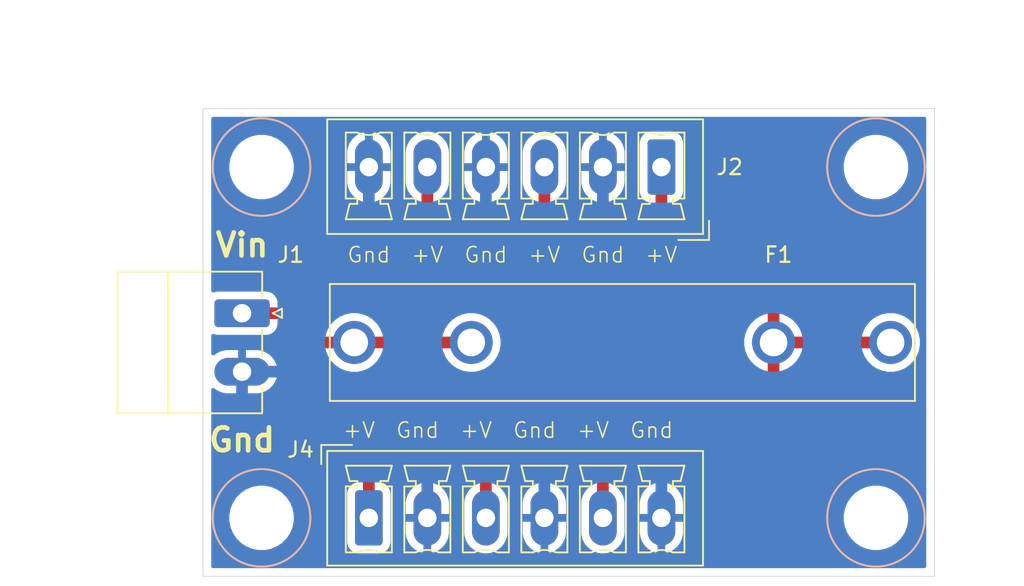
<source format=kicad_pcb>
(kicad_pcb (version 20171130) (host pcbnew "(5.1.5)-3")

  (general
    (thickness 1.6)
    (drawings 22)
    (tracks 43)
    (zones 0)
    (modules 8)
    (nets 4)
  )

  (page A4)
  (layers
    (0 F.Cu signal)
    (31 B.Cu signal)
    (32 B.Adhes user)
    (33 F.Adhes user)
    (34 B.Paste user)
    (35 F.Paste user)
    (36 B.SilkS user)
    (37 F.SilkS user)
    (38 B.Mask user)
    (39 F.Mask user)
    (40 Dwgs.User user)
    (41 Cmts.User user)
    (42 Eco1.User user)
    (43 Eco2.User user)
    (44 Edge.Cuts user)
    (45 Margin user)
    (46 B.CrtYd user)
    (47 F.CrtYd user)
    (48 B.Fab user hide)
    (49 F.Fab user hide)
  )

  (setup
    (last_trace_width 0.25)
    (user_trace_width 0.762)
    (trace_clearance 0.2)
    (zone_clearance 0.508)
    (zone_45_only no)
    (trace_min 0.2)
    (via_size 0.8)
    (via_drill 0.4)
    (via_min_size 0.4)
    (via_min_drill 0.3)
    (uvia_size 0.3)
    (uvia_drill 0.1)
    (uvias_allowed no)
    (uvia_min_size 0.2)
    (uvia_min_drill 0.1)
    (edge_width 0.05)
    (segment_width 0.2)
    (pcb_text_width 0.3)
    (pcb_text_size 1.5 1.5)
    (mod_edge_width 0.12)
    (mod_text_size 1 1)
    (mod_text_width 0.15)
    (pad_size 1.524 1.524)
    (pad_drill 0.762)
    (pad_to_mask_clearance 0.051)
    (solder_mask_min_width 0.25)
    (aux_axis_origin 0 0)
    (visible_elements 7FFFFFFF)
    (pcbplotparams
      (layerselection 0x010fc_ffffffff)
      (usegerberextensions false)
      (usegerberattributes false)
      (usegerberadvancedattributes false)
      (creategerberjobfile false)
      (excludeedgelayer true)
      (linewidth 0.100000)
      (plotframeref false)
      (viasonmask false)
      (mode 1)
      (useauxorigin false)
      (hpglpennumber 1)
      (hpglpenspeed 20)
      (hpglpendiameter 15.000000)
      (psnegative false)
      (psa4output false)
      (plotreference true)
      (plotvalue true)
      (plotinvisibletext false)
      (padsonsilk false)
      (subtractmaskfromsilk false)
      (outputformat 1)
      (mirror false)
      (drillshape 0)
      (scaleselection 1)
      (outputdirectory ""))
  )

  (net 0 "")
  (net 1 /Vin)
  (net 2 /Gnd)
  (net 3 /VFuse)

  (net_class Default "This is the default net class."
    (clearance 0.2)
    (trace_width 0.25)
    (via_dia 0.8)
    (via_drill 0.4)
    (uvia_dia 0.3)
    (uvia_drill 0.1)
    (add_net /Gnd)
    (add_net /VFuse)
    (add_net /Vin)
  )

  (module Connector_Phoenix_MC:PhoenixContact_MCV_1,5_6-G-3.81_1x06_P3.81mm_Vertical (layer F.Cu) (tedit 5B784ED2) (tstamp 5FAFF933)
    (at 127.635 99.06)
    (descr "Generic Phoenix Contact connector footprint for: MCV_1,5/6-G-3.81; number of pins: 06; pin pitch: 3.81mm; Vertical || order number: 1803468 8A 160V")
    (tags "phoenix_contact connector MCV_01x06_G_3.81mm")
    (path /5FAFB53B)
    (fp_text reference J4 (at -4.445 -4.445) (layer F.SilkS)
      (effects (font (size 1 1) (thickness 0.15)))
    )
    (fp_text value Conn_01x06_Female (at 9.52 4.2) (layer F.Fab)
      (effects (font (size 1 1) (thickness 0.15)))
    )
    (fp_text user %R (at 9.52 -3.55) (layer F.Fab)
      (effects (font (size 1 1) (thickness 0.15)))
    )
    (fp_line (start -3.1 -4.75) (end -1.1 -4.75) (layer F.Fab) (width 0.1))
    (fp_line (start -3.1 -3.5) (end -3.1 -4.75) (layer F.Fab) (width 0.1))
    (fp_line (start -3.1 -4.75) (end -1.1 -4.75) (layer F.SilkS) (width 0.12))
    (fp_line (start -3.1 -3.5) (end -3.1 -4.75) (layer F.SilkS) (width 0.12))
    (fp_line (start 22.15 -4.75) (end -3.1 -4.75) (layer F.CrtYd) (width 0.05))
    (fp_line (start 22.15 3.5) (end 22.15 -4.75) (layer F.CrtYd) (width 0.05))
    (fp_line (start -3.1 3.5) (end 22.15 3.5) (layer F.CrtYd) (width 0.05))
    (fp_line (start -3.1 -4.75) (end -3.1 3.5) (layer F.CrtYd) (width 0.05))
    (fp_line (start 20.55 2.25) (end 19.8 2.25) (layer F.SilkS) (width 0.12))
    (fp_line (start 20.55 -2.05) (end 20.55 2.25) (layer F.SilkS) (width 0.12))
    (fp_line (start 19.8 -2.05) (end 20.55 -2.05) (layer F.SilkS) (width 0.12))
    (fp_line (start 19.8 -2.4) (end 19.8 -2.05) (layer F.SilkS) (width 0.12))
    (fp_line (start 20.3 -2.4) (end 19.8 -2.4) (layer F.SilkS) (width 0.12))
    (fp_line (start 20.55 -3.4) (end 20.3 -2.4) (layer F.SilkS) (width 0.12))
    (fp_line (start 17.55 -3.4) (end 20.55 -3.4) (layer F.SilkS) (width 0.12))
    (fp_line (start 17.8 -2.4) (end 17.55 -3.4) (layer F.SilkS) (width 0.12))
    (fp_line (start 18.3 -2.4) (end 17.8 -2.4) (layer F.SilkS) (width 0.12))
    (fp_line (start 18.3 -2.05) (end 18.3 -2.4) (layer F.SilkS) (width 0.12))
    (fp_line (start 17.55 -2.05) (end 18.3 -2.05) (layer F.SilkS) (width 0.12))
    (fp_line (start 17.55 2.25) (end 17.55 -2.05) (layer F.SilkS) (width 0.12))
    (fp_line (start 18.3 2.25) (end 17.55 2.25) (layer F.SilkS) (width 0.12))
    (fp_line (start 16.74 2.25) (end 15.99 2.25) (layer F.SilkS) (width 0.12))
    (fp_line (start 16.74 -2.05) (end 16.74 2.25) (layer F.SilkS) (width 0.12))
    (fp_line (start 15.99 -2.05) (end 16.74 -2.05) (layer F.SilkS) (width 0.12))
    (fp_line (start 15.99 -2.4) (end 15.99 -2.05) (layer F.SilkS) (width 0.12))
    (fp_line (start 16.49 -2.4) (end 15.99 -2.4) (layer F.SilkS) (width 0.12))
    (fp_line (start 16.74 -3.4) (end 16.49 -2.4) (layer F.SilkS) (width 0.12))
    (fp_line (start 13.74 -3.4) (end 16.74 -3.4) (layer F.SilkS) (width 0.12))
    (fp_line (start 13.99 -2.4) (end 13.74 -3.4) (layer F.SilkS) (width 0.12))
    (fp_line (start 14.49 -2.4) (end 13.99 -2.4) (layer F.SilkS) (width 0.12))
    (fp_line (start 14.49 -2.05) (end 14.49 -2.4) (layer F.SilkS) (width 0.12))
    (fp_line (start 13.74 -2.05) (end 14.49 -2.05) (layer F.SilkS) (width 0.12))
    (fp_line (start 13.74 2.25) (end 13.74 -2.05) (layer F.SilkS) (width 0.12))
    (fp_line (start 14.49 2.25) (end 13.74 2.25) (layer F.SilkS) (width 0.12))
    (fp_line (start 12.93 2.25) (end 12.18 2.25) (layer F.SilkS) (width 0.12))
    (fp_line (start 12.93 -2.05) (end 12.93 2.25) (layer F.SilkS) (width 0.12))
    (fp_line (start 12.18 -2.05) (end 12.93 -2.05) (layer F.SilkS) (width 0.12))
    (fp_line (start 12.18 -2.4) (end 12.18 -2.05) (layer F.SilkS) (width 0.12))
    (fp_line (start 12.68 -2.4) (end 12.18 -2.4) (layer F.SilkS) (width 0.12))
    (fp_line (start 12.93 -3.4) (end 12.68 -2.4) (layer F.SilkS) (width 0.12))
    (fp_line (start 9.93 -3.4) (end 12.93 -3.4) (layer F.SilkS) (width 0.12))
    (fp_line (start 10.18 -2.4) (end 9.93 -3.4) (layer F.SilkS) (width 0.12))
    (fp_line (start 10.68 -2.4) (end 10.18 -2.4) (layer F.SilkS) (width 0.12))
    (fp_line (start 10.68 -2.05) (end 10.68 -2.4) (layer F.SilkS) (width 0.12))
    (fp_line (start 9.93 -2.05) (end 10.68 -2.05) (layer F.SilkS) (width 0.12))
    (fp_line (start 9.93 2.25) (end 9.93 -2.05) (layer F.SilkS) (width 0.12))
    (fp_line (start 10.68 2.25) (end 9.93 2.25) (layer F.SilkS) (width 0.12))
    (fp_line (start 9.12 2.25) (end 8.37 2.25) (layer F.SilkS) (width 0.12))
    (fp_line (start 9.12 -2.05) (end 9.12 2.25) (layer F.SilkS) (width 0.12))
    (fp_line (start 8.37 -2.05) (end 9.12 -2.05) (layer F.SilkS) (width 0.12))
    (fp_line (start 8.37 -2.4) (end 8.37 -2.05) (layer F.SilkS) (width 0.12))
    (fp_line (start 8.87 -2.4) (end 8.37 -2.4) (layer F.SilkS) (width 0.12))
    (fp_line (start 9.12 -3.4) (end 8.87 -2.4) (layer F.SilkS) (width 0.12))
    (fp_line (start 6.12 -3.4) (end 9.12 -3.4) (layer F.SilkS) (width 0.12))
    (fp_line (start 6.37 -2.4) (end 6.12 -3.4) (layer F.SilkS) (width 0.12))
    (fp_line (start 6.87 -2.4) (end 6.37 -2.4) (layer F.SilkS) (width 0.12))
    (fp_line (start 6.87 -2.05) (end 6.87 -2.4) (layer F.SilkS) (width 0.12))
    (fp_line (start 6.12 -2.05) (end 6.87 -2.05) (layer F.SilkS) (width 0.12))
    (fp_line (start 6.12 2.25) (end 6.12 -2.05) (layer F.SilkS) (width 0.12))
    (fp_line (start 6.87 2.25) (end 6.12 2.25) (layer F.SilkS) (width 0.12))
    (fp_line (start 5.31 2.25) (end 4.56 2.25) (layer F.SilkS) (width 0.12))
    (fp_line (start 5.31 -2.05) (end 5.31 2.25) (layer F.SilkS) (width 0.12))
    (fp_line (start 4.56 -2.05) (end 5.31 -2.05) (layer F.SilkS) (width 0.12))
    (fp_line (start 4.56 -2.4) (end 4.56 -2.05) (layer F.SilkS) (width 0.12))
    (fp_line (start 5.06 -2.4) (end 4.56 -2.4) (layer F.SilkS) (width 0.12))
    (fp_line (start 5.31 -3.4) (end 5.06 -2.4) (layer F.SilkS) (width 0.12))
    (fp_line (start 2.31 -3.4) (end 5.31 -3.4) (layer F.SilkS) (width 0.12))
    (fp_line (start 2.56 -2.4) (end 2.31 -3.4) (layer F.SilkS) (width 0.12))
    (fp_line (start 3.06 -2.4) (end 2.56 -2.4) (layer F.SilkS) (width 0.12))
    (fp_line (start 3.06 -2.05) (end 3.06 -2.4) (layer F.SilkS) (width 0.12))
    (fp_line (start 2.31 -2.05) (end 3.06 -2.05) (layer F.SilkS) (width 0.12))
    (fp_line (start 2.31 2.25) (end 2.31 -2.05) (layer F.SilkS) (width 0.12))
    (fp_line (start 3.06 2.25) (end 2.31 2.25) (layer F.SilkS) (width 0.12))
    (fp_line (start 1.5 2.25) (end 0.75 2.25) (layer F.SilkS) (width 0.12))
    (fp_line (start 1.5 -2.05) (end 1.5 2.25) (layer F.SilkS) (width 0.12))
    (fp_line (start 0.75 -2.05) (end 1.5 -2.05) (layer F.SilkS) (width 0.12))
    (fp_line (start 0.75 -2.4) (end 0.75 -2.05) (layer F.SilkS) (width 0.12))
    (fp_line (start 1.25 -2.4) (end 0.75 -2.4) (layer F.SilkS) (width 0.12))
    (fp_line (start 1.5 -3.4) (end 1.25 -2.4) (layer F.SilkS) (width 0.12))
    (fp_line (start -1.5 -3.4) (end 1.5 -3.4) (layer F.SilkS) (width 0.12))
    (fp_line (start -1.25 -2.4) (end -1.5 -3.4) (layer F.SilkS) (width 0.12))
    (fp_line (start -0.75 -2.4) (end -1.25 -2.4) (layer F.SilkS) (width 0.12))
    (fp_line (start -0.75 -2.05) (end -0.75 -2.4) (layer F.SilkS) (width 0.12))
    (fp_line (start -1.5 -2.05) (end -0.75 -2.05) (layer F.SilkS) (width 0.12))
    (fp_line (start -1.5 2.25) (end -1.5 -2.05) (layer F.SilkS) (width 0.12))
    (fp_line (start -0.75 2.25) (end -1.5 2.25) (layer F.SilkS) (width 0.12))
    (fp_line (start 21.65 -4.25) (end -2.6 -4.25) (layer F.Fab) (width 0.1))
    (fp_line (start 21.65 3) (end 21.65 -4.25) (layer F.Fab) (width 0.1))
    (fp_line (start -2.6 3) (end 21.65 3) (layer F.Fab) (width 0.1))
    (fp_line (start -2.6 -4.25) (end -2.6 3) (layer F.Fab) (width 0.1))
    (fp_line (start 21.76 -4.36) (end -2.71 -4.36) (layer F.SilkS) (width 0.12))
    (fp_line (start 21.76 3.11) (end 21.76 -4.36) (layer F.SilkS) (width 0.12))
    (fp_line (start -2.71 3.11) (end 21.76 3.11) (layer F.SilkS) (width 0.12))
    (fp_line (start -2.71 -4.36) (end -2.71 3.11) (layer F.SilkS) (width 0.12))
    (fp_arc (start 19.05 3.95) (end 18.3 2.25) (angle 47.6) (layer F.SilkS) (width 0.12))
    (fp_arc (start 15.24 3.95) (end 14.49 2.25) (angle 47.6) (layer F.SilkS) (width 0.12))
    (fp_arc (start 11.43 3.95) (end 10.68 2.25) (angle 47.6) (layer F.SilkS) (width 0.12))
    (fp_arc (start 7.62 3.95) (end 6.87 2.25) (angle 47.6) (layer F.SilkS) (width 0.12))
    (fp_arc (start 3.81 3.95) (end 3.06 2.25) (angle 47.6) (layer F.SilkS) (width 0.12))
    (fp_arc (start 0 3.95) (end -0.75 2.25) (angle 47.6) (layer F.SilkS) (width 0.12))
    (pad 6 thru_hole oval (at 19.05 0) (size 1.8 3.6) (drill 1.2) (layers *.Cu *.Mask)
      (net 2 /Gnd))
    (pad 5 thru_hole oval (at 15.24 0) (size 1.8 3.6) (drill 1.2) (layers *.Cu *.Mask)
      (net 3 /VFuse))
    (pad 4 thru_hole oval (at 11.43 0) (size 1.8 3.6) (drill 1.2) (layers *.Cu *.Mask)
      (net 2 /Gnd))
    (pad 3 thru_hole oval (at 7.62 0) (size 1.8 3.6) (drill 1.2) (layers *.Cu *.Mask)
      (net 3 /VFuse))
    (pad 2 thru_hole oval (at 3.81 0) (size 1.8 3.6) (drill 1.2) (layers *.Cu *.Mask)
      (net 2 /Gnd))
    (pad 1 thru_hole roundrect (at 0 0) (size 1.8 3.6) (drill 1.2) (layers *.Cu *.Mask) (roundrect_rratio 0.138889)
      (net 3 /VFuse))
    (model ${KISYS3DMOD}/Connector_Phoenix_MC.3dshapes/PhoenixContact_MCV_1,5_6-G-3.81_1x06_P3.81mm_Vertical.wrl
      (at (xyz 0 0 0))
      (scale (xyz 1 1 1))
      (rotate (xyz 0 0 0))
    )
  )

  (module Connector_Phoenix_MC:PhoenixContact_MCV_1,5_6-G-3.81_1x06_P3.81mm_Vertical (layer F.Cu) (tedit 5B784ED2) (tstamp 5FB002E8)
    (at 146.685 76.2 180)
    (descr "Generic Phoenix Contact connector footprint for: MCV_1,5/6-G-3.81; number of pins: 06; pin pitch: 3.81mm; Vertical || order number: 1803468 8A 160V")
    (tags "phoenix_contact connector MCV_01x06_G_3.81mm")
    (path /5FB02732)
    (fp_text reference J2 (at -4.445 0) (layer F.SilkS)
      (effects (font (size 1 1) (thickness 0.15)))
    )
    (fp_text value Conn_01x06_Female (at 9.52 4.2) (layer F.Fab)
      (effects (font (size 1 1) (thickness 0.15)))
    )
    (fp_text user %R (at 9.52 -3.55) (layer F.Fab)
      (effects (font (size 1 1) (thickness 0.15)))
    )
    (fp_line (start -3.1 -4.75) (end -1.1 -4.75) (layer F.Fab) (width 0.1))
    (fp_line (start -3.1 -3.5) (end -3.1 -4.75) (layer F.Fab) (width 0.1))
    (fp_line (start -3.1 -4.75) (end -1.1 -4.75) (layer F.SilkS) (width 0.12))
    (fp_line (start -3.1 -3.5) (end -3.1 -4.75) (layer F.SilkS) (width 0.12))
    (fp_line (start 22.15 -4.75) (end -3.1 -4.75) (layer F.CrtYd) (width 0.05))
    (fp_line (start 22.15 3.5) (end 22.15 -4.75) (layer F.CrtYd) (width 0.05))
    (fp_line (start -3.1 3.5) (end 22.15 3.5) (layer F.CrtYd) (width 0.05))
    (fp_line (start -3.1 -4.75) (end -3.1 3.5) (layer F.CrtYd) (width 0.05))
    (fp_line (start 20.55 2.25) (end 19.8 2.25) (layer F.SilkS) (width 0.12))
    (fp_line (start 20.55 -2.05) (end 20.55 2.25) (layer F.SilkS) (width 0.12))
    (fp_line (start 19.8 -2.05) (end 20.55 -2.05) (layer F.SilkS) (width 0.12))
    (fp_line (start 19.8 -2.4) (end 19.8 -2.05) (layer F.SilkS) (width 0.12))
    (fp_line (start 20.3 -2.4) (end 19.8 -2.4) (layer F.SilkS) (width 0.12))
    (fp_line (start 20.55 -3.4) (end 20.3 -2.4) (layer F.SilkS) (width 0.12))
    (fp_line (start 17.55 -3.4) (end 20.55 -3.4) (layer F.SilkS) (width 0.12))
    (fp_line (start 17.8 -2.4) (end 17.55 -3.4) (layer F.SilkS) (width 0.12))
    (fp_line (start 18.3 -2.4) (end 17.8 -2.4) (layer F.SilkS) (width 0.12))
    (fp_line (start 18.3 -2.05) (end 18.3 -2.4) (layer F.SilkS) (width 0.12))
    (fp_line (start 17.55 -2.05) (end 18.3 -2.05) (layer F.SilkS) (width 0.12))
    (fp_line (start 17.55 2.25) (end 17.55 -2.05) (layer F.SilkS) (width 0.12))
    (fp_line (start 18.3 2.25) (end 17.55 2.25) (layer F.SilkS) (width 0.12))
    (fp_line (start 16.74 2.25) (end 15.99 2.25) (layer F.SilkS) (width 0.12))
    (fp_line (start 16.74 -2.05) (end 16.74 2.25) (layer F.SilkS) (width 0.12))
    (fp_line (start 15.99 -2.05) (end 16.74 -2.05) (layer F.SilkS) (width 0.12))
    (fp_line (start 15.99 -2.4) (end 15.99 -2.05) (layer F.SilkS) (width 0.12))
    (fp_line (start 16.49 -2.4) (end 15.99 -2.4) (layer F.SilkS) (width 0.12))
    (fp_line (start 16.74 -3.4) (end 16.49 -2.4) (layer F.SilkS) (width 0.12))
    (fp_line (start 13.74 -3.4) (end 16.74 -3.4) (layer F.SilkS) (width 0.12))
    (fp_line (start 13.99 -2.4) (end 13.74 -3.4) (layer F.SilkS) (width 0.12))
    (fp_line (start 14.49 -2.4) (end 13.99 -2.4) (layer F.SilkS) (width 0.12))
    (fp_line (start 14.49 -2.05) (end 14.49 -2.4) (layer F.SilkS) (width 0.12))
    (fp_line (start 13.74 -2.05) (end 14.49 -2.05) (layer F.SilkS) (width 0.12))
    (fp_line (start 13.74 2.25) (end 13.74 -2.05) (layer F.SilkS) (width 0.12))
    (fp_line (start 14.49 2.25) (end 13.74 2.25) (layer F.SilkS) (width 0.12))
    (fp_line (start 12.93 2.25) (end 12.18 2.25) (layer F.SilkS) (width 0.12))
    (fp_line (start 12.93 -2.05) (end 12.93 2.25) (layer F.SilkS) (width 0.12))
    (fp_line (start 12.18 -2.05) (end 12.93 -2.05) (layer F.SilkS) (width 0.12))
    (fp_line (start 12.18 -2.4) (end 12.18 -2.05) (layer F.SilkS) (width 0.12))
    (fp_line (start 12.68 -2.4) (end 12.18 -2.4) (layer F.SilkS) (width 0.12))
    (fp_line (start 12.93 -3.4) (end 12.68 -2.4) (layer F.SilkS) (width 0.12))
    (fp_line (start 9.93 -3.4) (end 12.93 -3.4) (layer F.SilkS) (width 0.12))
    (fp_line (start 10.18 -2.4) (end 9.93 -3.4) (layer F.SilkS) (width 0.12))
    (fp_line (start 10.68 -2.4) (end 10.18 -2.4) (layer F.SilkS) (width 0.12))
    (fp_line (start 10.68 -2.05) (end 10.68 -2.4) (layer F.SilkS) (width 0.12))
    (fp_line (start 9.93 -2.05) (end 10.68 -2.05) (layer F.SilkS) (width 0.12))
    (fp_line (start 9.93 2.25) (end 9.93 -2.05) (layer F.SilkS) (width 0.12))
    (fp_line (start 10.68 2.25) (end 9.93 2.25) (layer F.SilkS) (width 0.12))
    (fp_line (start 9.12 2.25) (end 8.37 2.25) (layer F.SilkS) (width 0.12))
    (fp_line (start 9.12 -2.05) (end 9.12 2.25) (layer F.SilkS) (width 0.12))
    (fp_line (start 8.37 -2.05) (end 9.12 -2.05) (layer F.SilkS) (width 0.12))
    (fp_line (start 8.37 -2.4) (end 8.37 -2.05) (layer F.SilkS) (width 0.12))
    (fp_line (start 8.87 -2.4) (end 8.37 -2.4) (layer F.SilkS) (width 0.12))
    (fp_line (start 9.12 -3.4) (end 8.87 -2.4) (layer F.SilkS) (width 0.12))
    (fp_line (start 6.12 -3.4) (end 9.12 -3.4) (layer F.SilkS) (width 0.12))
    (fp_line (start 6.37 -2.4) (end 6.12 -3.4) (layer F.SilkS) (width 0.12))
    (fp_line (start 6.87 -2.4) (end 6.37 -2.4) (layer F.SilkS) (width 0.12))
    (fp_line (start 6.87 -2.05) (end 6.87 -2.4) (layer F.SilkS) (width 0.12))
    (fp_line (start 6.12 -2.05) (end 6.87 -2.05) (layer F.SilkS) (width 0.12))
    (fp_line (start 6.12 2.25) (end 6.12 -2.05) (layer F.SilkS) (width 0.12))
    (fp_line (start 6.87 2.25) (end 6.12 2.25) (layer F.SilkS) (width 0.12))
    (fp_line (start 5.31 2.25) (end 4.56 2.25) (layer F.SilkS) (width 0.12))
    (fp_line (start 5.31 -2.05) (end 5.31 2.25) (layer F.SilkS) (width 0.12))
    (fp_line (start 4.56 -2.05) (end 5.31 -2.05) (layer F.SilkS) (width 0.12))
    (fp_line (start 4.56 -2.4) (end 4.56 -2.05) (layer F.SilkS) (width 0.12))
    (fp_line (start 5.06 -2.4) (end 4.56 -2.4) (layer F.SilkS) (width 0.12))
    (fp_line (start 5.31 -3.4) (end 5.06 -2.4) (layer F.SilkS) (width 0.12))
    (fp_line (start 2.31 -3.4) (end 5.31 -3.4) (layer F.SilkS) (width 0.12))
    (fp_line (start 2.56 -2.4) (end 2.31 -3.4) (layer F.SilkS) (width 0.12))
    (fp_line (start 3.06 -2.4) (end 2.56 -2.4) (layer F.SilkS) (width 0.12))
    (fp_line (start 3.06 -2.05) (end 3.06 -2.4) (layer F.SilkS) (width 0.12))
    (fp_line (start 2.31 -2.05) (end 3.06 -2.05) (layer F.SilkS) (width 0.12))
    (fp_line (start 2.31 2.25) (end 2.31 -2.05) (layer F.SilkS) (width 0.12))
    (fp_line (start 3.06 2.25) (end 2.31 2.25) (layer F.SilkS) (width 0.12))
    (fp_line (start 1.5 2.25) (end 0.75 2.25) (layer F.SilkS) (width 0.12))
    (fp_line (start 1.5 -2.05) (end 1.5 2.25) (layer F.SilkS) (width 0.12))
    (fp_line (start 0.75 -2.05) (end 1.5 -2.05) (layer F.SilkS) (width 0.12))
    (fp_line (start 0.75 -2.4) (end 0.75 -2.05) (layer F.SilkS) (width 0.12))
    (fp_line (start 1.25 -2.4) (end 0.75 -2.4) (layer F.SilkS) (width 0.12))
    (fp_line (start 1.5 -3.4) (end 1.25 -2.4) (layer F.SilkS) (width 0.12))
    (fp_line (start -1.5 -3.4) (end 1.5 -3.4) (layer F.SilkS) (width 0.12))
    (fp_line (start -1.25 -2.4) (end -1.5 -3.4) (layer F.SilkS) (width 0.12))
    (fp_line (start -0.75 -2.4) (end -1.25 -2.4) (layer F.SilkS) (width 0.12))
    (fp_line (start -0.75 -2.05) (end -0.75 -2.4) (layer F.SilkS) (width 0.12))
    (fp_line (start -1.5 -2.05) (end -0.75 -2.05) (layer F.SilkS) (width 0.12))
    (fp_line (start -1.5 2.25) (end -1.5 -2.05) (layer F.SilkS) (width 0.12))
    (fp_line (start -0.75 2.25) (end -1.5 2.25) (layer F.SilkS) (width 0.12))
    (fp_line (start 21.65 -4.25) (end -2.6 -4.25) (layer F.Fab) (width 0.1))
    (fp_line (start 21.65 3) (end 21.65 -4.25) (layer F.Fab) (width 0.1))
    (fp_line (start -2.6 3) (end 21.65 3) (layer F.Fab) (width 0.1))
    (fp_line (start -2.6 -4.25) (end -2.6 3) (layer F.Fab) (width 0.1))
    (fp_line (start 21.76 -4.36) (end -2.71 -4.36) (layer F.SilkS) (width 0.12))
    (fp_line (start 21.76 3.11) (end 21.76 -4.36) (layer F.SilkS) (width 0.12))
    (fp_line (start -2.71 3.11) (end 21.76 3.11) (layer F.SilkS) (width 0.12))
    (fp_line (start -2.71 -4.36) (end -2.71 3.11) (layer F.SilkS) (width 0.12))
    (fp_arc (start 19.05 3.95) (end 18.3 2.25) (angle 47.6) (layer F.SilkS) (width 0.12))
    (fp_arc (start 15.24 3.95) (end 14.49 2.25) (angle 47.6) (layer F.SilkS) (width 0.12))
    (fp_arc (start 11.43 3.95) (end 10.68 2.25) (angle 47.6) (layer F.SilkS) (width 0.12))
    (fp_arc (start 7.62 3.95) (end 6.87 2.25) (angle 47.6) (layer F.SilkS) (width 0.12))
    (fp_arc (start 3.81 3.95) (end 3.06 2.25) (angle 47.6) (layer F.SilkS) (width 0.12))
    (fp_arc (start 0 3.95) (end -0.75 2.25) (angle 47.6) (layer F.SilkS) (width 0.12))
    (pad 6 thru_hole oval (at 19.05 0 180) (size 1.8 3.6) (drill 1.2) (layers *.Cu *.Mask)
      (net 2 /Gnd))
    (pad 5 thru_hole oval (at 15.24 0 180) (size 1.8 3.6) (drill 1.2) (layers *.Cu *.Mask)
      (net 3 /VFuse))
    (pad 4 thru_hole oval (at 11.43 0 180) (size 1.8 3.6) (drill 1.2) (layers *.Cu *.Mask)
      (net 2 /Gnd))
    (pad 3 thru_hole oval (at 7.62 0 180) (size 1.8 3.6) (drill 1.2) (layers *.Cu *.Mask)
      (net 3 /VFuse))
    (pad 2 thru_hole oval (at 3.81 0 180) (size 1.8 3.6) (drill 1.2) (layers *.Cu *.Mask)
      (net 2 /Gnd))
    (pad 1 thru_hole roundrect (at 0 0 180) (size 1.8 3.6) (drill 1.2) (layers *.Cu *.Mask) (roundrect_rratio 0.138889)
      (net 3 /VFuse))
    (model ${KISYS3DMOD}/Connector_Phoenix_MC.3dshapes/PhoenixContact_MCV_1,5_6-G-3.81_1x06_P3.81mm_Vertical.wrl
      (at (xyz 0 0 0))
      (scale (xyz 1 1 1))
      (rotate (xyz 0 0 0))
    )
  )

  (module 0MiscParts:Fuse_Holder (layer F.Cu) (tedit 5FB0E125) (tstamp 5FB0E464)
    (at 144.145 87.63)
    (path /5FB0E136)
    (fp_text reference F1 (at 10.16 -5.715) (layer F.SilkS)
      (effects (font (size 1 1) (thickness 0.15)))
    )
    (fp_text value Fuse (at 0.635 -6.0325) (layer F.Fab)
      (effects (font (size 1 1) (thickness 0.15)))
    )
    (fp_line (start -19.685 4.445) (end -19.685 -4.445) (layer F.CrtYd) (width 0.12))
    (fp_line (start 19.685 4.445) (end -19.685 4.445) (layer F.CrtYd) (width 0.12))
    (fp_line (start 19.685 -4.445) (end 19.685 4.445) (layer F.CrtYd) (width 0.12))
    (fp_line (start -19.685 -4.445) (end 19.685 -4.445) (layer F.CrtYd) (width 0.12))
    (fp_line (start -19.05 3.81) (end -19.05 -3.81) (layer F.SilkS) (width 0.12))
    (fp_line (start 19.05 3.81) (end -19.05 3.81) (layer F.SilkS) (width 0.12))
    (fp_line (start 19.05 -3.81) (end 19.05 3.81) (layer F.SilkS) (width 0.12))
    (fp_line (start -19.05 -3.81) (end 19.05 -3.81) (layer F.SilkS) (width 0.12))
    (fp_line (start 0 -2.54) (end 0 2.54) (layer F.Fab) (width 0.12))
    (pad 2 thru_hole circle (at 17.4625 0) (size 2.799999 2.799999) (drill 1.8) (layers *.Cu *.Mask)
      (net 3 /VFuse))
    (pad 2 thru_hole circle (at 9.8425 0) (size 2.799999 2.799999) (drill 1.8) (layers *.Cu *.Mask)
      (net 3 /VFuse))
    (pad 1 thru_hole circle (at -9.8425 0) (size 2.799999 2.799999) (drill 1.8) (layers *.Cu *.Mask)
      (net 1 /Vin))
    (pad 1 thru_hole circle (at -17.4625 0) (size 2.8 2.8) (drill 1.8) (layers *.Cu *.Mask)
      (net 1 /Vin))
  )

  (module Connector_Phoenix_MC:PhoenixContact_MC_1,5_2-G-3.81_1x02_P3.81mm_Horizontal (layer F.Cu) (tedit 5B784ED1) (tstamp 5FAFF915)
    (at 119.38 85.725 270)
    (descr "Generic Phoenix Contact connector footprint for: MC_1,5/2-G-3.81; number of pins: 02; pin pitch: 3.81mm; Angled || order number: 1803277 8A 160V")
    (tags "phoenix_contact connector MC_01x02_G_3.81mm")
    (path /5FAFA412)
    (fp_text reference J1 (at -3.81 -3.175 180) (layer F.SilkS)
      (effects (font (size 1 1) (thickness 0.15)))
    )
    (fp_text value Conn_01x02_Female (at 1.9 9.2 90) (layer F.Fab)
      (effects (font (size 1 1) (thickness 0.15)))
    )
    (fp_text user %R (at 1.9 -0.5 90) (layer F.Fab)
      (effects (font (size 1 1) (thickness 0.15)))
    )
    (fp_line (start 0 0) (end -0.8 -1.2) (layer F.Fab) (width 0.1))
    (fp_line (start 0.8 -1.2) (end 0 0) (layer F.Fab) (width 0.1))
    (fp_line (start -0.3 -2.6) (end 0.3 -2.6) (layer F.SilkS) (width 0.12))
    (fp_line (start 0 -2) (end -0.3 -2.6) (layer F.SilkS) (width 0.12))
    (fp_line (start 0.3 -2.6) (end 0 -2) (layer F.SilkS) (width 0.12))
    (fp_line (start 6.91 -2.3) (end -3.21 -2.3) (layer F.CrtYd) (width 0.05))
    (fp_line (start 6.91 8.5) (end 6.91 -2.3) (layer F.CrtYd) (width 0.05))
    (fp_line (start -3.21 8.5) (end 6.91 8.5) (layer F.CrtYd) (width 0.05))
    (fp_line (start -3.21 -2.3) (end -3.21 8.5) (layer F.CrtYd) (width 0.05))
    (fp_line (start -2.71 4.8) (end 6.52 4.8) (layer F.SilkS) (width 0.12))
    (fp_line (start 6.41 -1.2) (end -2.6 -1.2) (layer F.Fab) (width 0.1))
    (fp_line (start 6.41 8) (end 6.41 -1.2) (layer F.Fab) (width 0.1))
    (fp_line (start -2.6 8) (end 6.41 8) (layer F.Fab) (width 0.1))
    (fp_line (start -2.6 -1.2) (end -2.6 8) (layer F.Fab) (width 0.1))
    (fp_line (start 1.05 -1.31) (end 2.76 -1.31) (layer F.SilkS) (width 0.12))
    (fp_line (start 6.52 -1.31) (end 4.86 -1.31) (layer F.SilkS) (width 0.12))
    (fp_line (start -2.71 -1.31) (end -1.05 -1.31) (layer F.SilkS) (width 0.12))
    (fp_line (start 6.52 8.11) (end 6.52 -1.31) (layer F.SilkS) (width 0.12))
    (fp_line (start -2.71 8.11) (end 6.52 8.11) (layer F.SilkS) (width 0.12))
    (fp_line (start -2.71 -1.31) (end -2.71 8.11) (layer F.SilkS) (width 0.12))
    (pad 2 thru_hole oval (at 3.81 0 270) (size 1.8 3.6) (drill 1.2) (layers *.Cu *.Mask)
      (net 2 /Gnd))
    (pad 1 thru_hole roundrect (at 0 0 270) (size 1.8 3.6) (drill 1.2) (layers *.Cu *.Mask) (roundrect_rratio 0.138889)
      (net 1 /Vin))
    (model ${KISYS3DMOD}/Connector_Phoenix_MC.3dshapes/PhoenixContact_MC_1,5_2-G-3.81_1x02_P3.81mm_Horizontal.wrl
      (at (xyz 0 0 0))
      (scale (xyz 1 1 1))
      (rotate (xyz 0 0 0))
    )
  )

  (module "0MiscParts:MountingHole _1-8_1-4" (layer F.Cu) (tedit 5E4292CA) (tstamp 5FAFF90A)
    (at 160.655 99.06)
    (path /5FAFDEFE)
    (fp_text reference H4 (at 0 2.032) (layer F.Fab)
      (effects (font (size 1 1) (thickness 0.15)))
    )
    (fp_text value MountingHole (at 0 -2.032) (layer F.Fab)
      (effects (font (size 1 1) (thickness 0.15)))
    )
    (fp_circle (center 0 0) (end 3.175 0) (layer B.SilkS) (width 0.12))
    (fp_circle (center 0 0) (end 3.175 0) (layer F.SilkS) (width 0.12))
    (pad "" np_thru_hole circle (at 0 0) (size 3.175 3.175) (drill 3.175) (layers *.Cu *.Mask))
  )

  (module "0MiscParts:MountingHole _1-8_1-4" (layer F.Cu) (tedit 5E4292CA) (tstamp 5FAFF903)
    (at 160.655 76.2)
    (path /5FAFDD64)
    (fp_text reference H3 (at 0 2.032) (layer F.Fab)
      (effects (font (size 1 1) (thickness 0.15)))
    )
    (fp_text value MountingHole (at 0 -2.032) (layer F.Fab)
      (effects (font (size 1 1) (thickness 0.15)))
    )
    (fp_circle (center 0 0) (end 3.175 0) (layer B.SilkS) (width 0.12))
    (fp_circle (center 0 0) (end 3.175 0) (layer F.SilkS) (width 0.12))
    (pad "" np_thru_hole circle (at 0 0) (size 3.175 3.175) (drill 3.175) (layers *.Cu *.Mask))
  )

  (module "0MiscParts:MountingHole _1-8_1-4" (layer F.Cu) (tedit 5E4292CA) (tstamp 5FAFF8FC)
    (at 120.65 76.2)
    (path /5FAFDC13)
    (fp_text reference H2 (at 0 2.032) (layer F.Fab)
      (effects (font (size 1 1) (thickness 0.15)))
    )
    (fp_text value MountingHole (at 0 -2.032) (layer F.Fab)
      (effects (font (size 1 1) (thickness 0.15)))
    )
    (fp_circle (center 0 0) (end 3.175 0) (layer B.SilkS) (width 0.12))
    (fp_circle (center 0 0) (end 3.175 0) (layer F.SilkS) (width 0.12))
    (pad "" np_thru_hole circle (at 0 0) (size 3.175 3.175) (drill 3.175) (layers *.Cu *.Mask))
  )

  (module "0MiscParts:MountingHole _1-8_1-4" (layer F.Cu) (tedit 5E4292CA) (tstamp 5FAFF8F5)
    (at 120.65 99.06 90)
    (path /5FAFD684)
    (fp_text reference H1 (at 0 2.032 90) (layer F.Fab)
      (effects (font (size 1 1) (thickness 0.15)))
    )
    (fp_text value MountingHole (at 0 -2.032 90) (layer F.Fab)
      (effects (font (size 1 1) (thickness 0.15)))
    )
    (fp_circle (center 0 0) (end 3.175 0) (layer B.SilkS) (width 0.12))
    (fp_circle (center 0 0) (end 3.175 0) (layer F.SilkS) (width 0.12))
    (pad "" np_thru_hole circle (at 0 0 90) (size 3.175 3.175) (drill 3.175) (layers *.Cu *.Mask))
  )

  (gr_text Gnd (at 142.875 81.915) (layer F.SilkS) (tstamp 5FBB75F2)
    (effects (font (size 1 1) (thickness 0.1)))
  )
  (gr_text +V (at 146.685 81.915) (layer F.SilkS) (tstamp 5FBB75F1)
    (effects (font (size 1 1) (thickness 0.1)))
  )
  (gr_text +V (at 139.065 81.915) (layer F.SilkS) (tstamp 5FBB75E5)
    (effects (font (size 1 1) (thickness 0.1)))
  )
  (gr_text Gnd (at 135.255 81.915) (layer F.SilkS) (tstamp 5FBB75DD)
    (effects (font (size 1 1) (thickness 0.1)))
  )
  (gr_text +V (at 131.445 81.915) (layer F.SilkS) (tstamp 5FBB75D3)
    (effects (font (size 1 1) (thickness 0.1)))
  )
  (gr_text Gnd (at 127.635 81.915) (layer F.SilkS) (tstamp 5FBB75CD)
    (effects (font (size 1 1) (thickness 0.1)))
  )
  (gr_text +V (at 142.24 93.345) (layer F.SilkS) (tstamp 5FBB7585)
    (effects (font (size 1 1) (thickness 0.1)))
  )
  (gr_text Gnd (at 146.05 93.345) (layer F.SilkS) (tstamp 5FBB7584)
    (effects (font (size 1 1) (thickness 0.1)))
  )
  (gr_text +V (at 134.62 93.345) (layer F.SilkS) (tstamp 5FBB757F)
    (effects (font (size 1 1) (thickness 0.1)))
  )
  (gr_text Gnd (at 138.43 93.345) (layer F.SilkS) (tstamp 5FBB757E)
    (effects (font (size 1 1) (thickness 0.1)))
  )
  (gr_text Gnd (at 130.81 93.345) (layer F.SilkS) (tstamp 5FBB756A)
    (effects (font (size 1 1) (thickness 0.1)))
  )
  (gr_text +V (at 127 93.345) (layer F.SilkS)
    (effects (font (size 1 1) (thickness 0.1)))
  )
  (gr_text Gnd (at 119.38 93.98) (layer F.SilkS) (tstamp 5FBB751F)
    (effects (font (size 1.5 1.5) (thickness 0.3)))
  )
  (gr_text Vin (at 119.38 81.28) (layer F.SilkS)
    (effects (font (size 1.5 1.5) (thickness 0.3)))
  )
  (dimension 22.86 (width 0.15) (layer Dwgs.User)
    (gr_text "0.9000 in" (at 168.94 87.63 90) (layer Dwgs.User)
      (effects (font (size 1 1) (thickness 0.15)))
    )
    (feature1 (pts (xy 164.465 76.2) (xy 168.226421 76.2)))
    (feature2 (pts (xy 164.465 99.06) (xy 168.226421 99.06)))
    (crossbar (pts (xy 167.64 99.06) (xy 167.64 76.2)))
    (arrow1a (pts (xy 167.64 76.2) (xy 168.226421 77.326504)))
    (arrow1b (pts (xy 167.64 76.2) (xy 167.053579 77.326504)))
    (arrow2a (pts (xy 167.64 99.06) (xy 168.226421 97.933496)))
    (arrow2b (pts (xy 167.64 99.06) (xy 167.053579 97.933496)))
  )
  (dimension 47.625 (width 0.15) (layer Dwgs.User)
    (gr_text "1.8750 in" (at 140.6525 66.01) (layer Dwgs.User)
      (effects (font (size 1 1) (thickness 0.15)))
    )
    (feature1 (pts (xy 164.465 72.39) (xy 164.465 66.723579)))
    (feature2 (pts (xy 116.84 72.39) (xy 116.84 66.723579)))
    (crossbar (pts (xy 116.84 67.31) (xy 164.465 67.31)))
    (arrow1a (pts (xy 164.465 67.31) (xy 163.338496 67.896421)))
    (arrow1b (pts (xy 164.465 67.31) (xy 163.338496 66.723579)))
    (arrow2a (pts (xy 116.84 67.31) (xy 117.966504 67.896421)))
    (arrow2b (pts (xy 116.84 67.31) (xy 117.966504 66.723579)))
  )
  (dimension 40.005 (width 0.15) (layer Dwgs.User)
    (gr_text "1.5750 in" (at 140.6525 69.185) (layer Dwgs.User)
      (effects (font (size 1 1) (thickness 0.15)))
    )
    (feature1 (pts (xy 160.655 72.39) (xy 160.655 69.898579)))
    (feature2 (pts (xy 120.65 72.39) (xy 120.65 69.898579)))
    (crossbar (pts (xy 120.65 70.485) (xy 160.655 70.485)))
    (arrow1a (pts (xy 160.655 70.485) (xy 159.528496 71.071421)))
    (arrow1b (pts (xy 160.655 70.485) (xy 159.528496 69.898579)))
    (arrow2a (pts (xy 120.65 70.485) (xy 121.776504 71.071421)))
    (arrow2b (pts (xy 120.65 70.485) (xy 121.776504 69.898579)))
  )
  (dimension 30.48 (width 0.15) (layer Dwgs.User)
    (gr_text "1.2000 in" (at 107.285 87.63 90) (layer Dwgs.User)
      (effects (font (size 1 1) (thickness 0.15)))
    )
    (feature1 (pts (xy 116.84 72.39) (xy 107.998579 72.39)))
    (feature2 (pts (xy 116.84 102.87) (xy 107.998579 102.87)))
    (crossbar (pts (xy 108.585 102.87) (xy 108.585 72.39)))
    (arrow1a (pts (xy 108.585 72.39) (xy 109.171421 73.516504)))
    (arrow1b (pts (xy 108.585 72.39) (xy 107.998579 73.516504)))
    (arrow2a (pts (xy 108.585 102.87) (xy 109.171421 101.743496)))
    (arrow2b (pts (xy 108.585 102.87) (xy 107.998579 101.743496)))
  )
  (gr_line (start 116.84 72.39) (end 164.465 72.39) (layer Edge.Cuts) (width 0.05))
  (gr_line (start 164.465 72.39) (end 164.465 102.87) (layer Edge.Cuts) (width 0.05) (tstamp 5FB10963))
  (gr_line (start 116.84 72.39) (end 116.84 102.87) (layer Edge.Cuts) (width 0.05) (tstamp 5FB10962))
  (gr_line (start 164.465 102.87) (end 116.84 102.87) (layer Edge.Cuts) (width 0.05) (tstamp 5FB0E9EC))

  (segment (start 119.38 85.725) (end 121.92 85.725) (width 0.762) (layer F.Cu) (net 1))
  (segment (start 123.825 87.63) (end 126.6825 87.63) (width 0.762) (layer F.Cu) (net 1))
  (segment (start 121.92 85.725) (end 123.825 87.63) (width 0.762) (layer F.Cu) (net 1))
  (segment (start 126.6825 87.63) (end 134.3025 87.63) (width 0.762) (layer F.Cu) (net 1))
  (segment (start 119.38 89.535) (end 119.38 91.44) (width 0.762) (layer B.Cu) (net 2))
  (segment (start 119.38 91.44) (end 121.285 93.345) (width 0.762) (layer B.Cu) (net 2))
  (segment (start 139.065 93.345) (end 139.065 99.06) (width 0.762) (layer B.Cu) (net 2))
  (segment (start 131.445 93.345) (end 131.445 99.06) (width 0.762) (layer B.Cu) (net 2))
  (segment (start 131.445 93.345) (end 139.065 93.345) (width 0.762) (layer B.Cu) (net 2))
  (segment (start 121.285 93.345) (end 131.445 93.345) (width 0.762) (layer B.Cu) (net 2))
  (segment (start 135.255 81.915) (end 135.255 76.2) (width 0.762) (layer B.Cu) (net 2))
  (segment (start 127.635 81.915) (end 127.635 76.2) (width 0.762) (layer B.Cu) (net 2))
  (segment (start 127.635 81.915) (end 135.255 81.915) (width 0.762) (layer B.Cu) (net 2))
  (segment (start 126.365 81.915) (end 127.635 81.915) (width 0.762) (layer B.Cu) (net 2))
  (segment (start 123.19 88.265) (end 123.19 85.09) (width 0.762) (layer B.Cu) (net 2))
  (segment (start 123.19 85.09) (end 126.365 81.915) (width 0.762) (layer B.Cu) (net 2))
  (segment (start 119.38 89.535) (end 121.92 89.535) (width 0.762) (layer B.Cu) (net 2))
  (segment (start 121.92 89.535) (end 123.19 88.265) (width 0.762) (layer B.Cu) (net 2))
  (segment (start 146.685 96.52) (end 146.685 99.06) (width 0.762) (layer B.Cu) (net 2))
  (segment (start 139.065 93.345) (end 143.51 93.345) (width 0.762) (layer B.Cu) (net 2))
  (segment (start 143.51 93.345) (end 146.685 96.52) (width 0.762) (layer B.Cu) (net 2))
  (segment (start 142.875 78.74) (end 142.875 76.2) (width 0.762) (layer B.Cu) (net 2))
  (segment (start 135.255 81.915) (end 139.7 81.915) (width 0.762) (layer B.Cu) (net 2))
  (segment (start 139.7 81.915) (end 142.875 78.74) (width 0.762) (layer B.Cu) (net 2))
  (segment (start 161.6075 87.63) (end 153.9875 87.63) (width 0.762) (layer F.Cu) (net 3))
  (segment (start 153.9875 87.63) (end 153.9875 89.8525) (width 0.762) (layer F.Cu) (net 3))
  (segment (start 153.9875 89.8525) (end 150.495 93.345) (width 0.762) (layer F.Cu) (net 3))
  (segment (start 135.255 93.345) (end 135.255 99.06) (width 0.762) (layer F.Cu) (net 3))
  (segment (start 142.875 93.345) (end 142.875 99.06) (width 0.762) (layer F.Cu) (net 3))
  (segment (start 142.875 93.345) (end 135.255 93.345) (width 0.762) (layer F.Cu) (net 3))
  (segment (start 150.495 93.345) (end 142.875 93.345) (width 0.762) (layer F.Cu) (net 3))
  (segment (start 153.9875 87.63) (end 153.9875 85.4075) (width 0.762) (layer F.Cu) (net 3))
  (segment (start 153.9875 85.4075) (end 150.495 81.915) (width 0.762) (layer F.Cu) (net 3))
  (segment (start 139.065 81.915) (end 139.065 76.2) (width 0.762) (layer F.Cu) (net 3))
  (segment (start 146.685 81.915) (end 146.685 76.2) (width 0.762) (layer F.Cu) (net 3))
  (segment (start 146.685 81.915) (end 139.065 81.915) (width 0.762) (layer F.Cu) (net 3))
  (segment (start 150.495 81.915) (end 146.685 81.915) (width 0.762) (layer F.Cu) (net 3))
  (segment (start 131.445 78.74) (end 131.445 76.2) (width 0.762) (layer F.Cu) (net 3))
  (segment (start 139.065 81.915) (end 134.62 81.915) (width 0.762) (layer F.Cu) (net 3))
  (segment (start 134.62 81.915) (end 131.445 78.74) (width 0.762) (layer F.Cu) (net 3))
  (segment (start 135.255 93.345) (end 130.81 93.345) (width 0.762) (layer F.Cu) (net 3))
  (segment (start 127.635 96.52) (end 127.635 99.06) (width 0.762) (layer F.Cu) (net 3))
  (segment (start 130.81 93.345) (end 127.635 96.52) (width 0.762) (layer F.Cu) (net 3))

  (zone (net 2) (net_name /Gnd) (layer B.Cu) (tstamp 5FBCD989) (hatch edge 0.508)
    (connect_pads (clearance 0.508))
    (min_thickness 0.254)
    (fill yes (arc_segments 32) (thermal_gap 0.508) (thermal_bridge_width 0.508))
    (polygon
      (pts
        (xy 165.1 103.505) (xy 116.205 103.505) (xy 116.205 71.755) (xy 165.1 71.755)
      )
    )
    (filled_polygon
      (pts
        (xy 163.805001 102.21) (xy 117.5 102.21) (xy 117.5 98.841103) (xy 118.4275 98.841103) (xy 118.4275 99.278897)
        (xy 118.512909 99.708279) (xy 118.680446 100.112749) (xy 118.923671 100.476761) (xy 119.233239 100.786329) (xy 119.597251 101.029554)
        (xy 120.001721 101.197091) (xy 120.431103 101.2825) (xy 120.868897 101.2825) (xy 121.298279 101.197091) (xy 121.702749 101.029554)
        (xy 122.066761 100.786329) (xy 122.376329 100.476761) (xy 122.619554 100.112749) (xy 122.787091 99.708279) (xy 122.8725 99.278897)
        (xy 122.8725 98.841103) (xy 122.787091 98.411721) (xy 122.619554 98.007251) (xy 122.376329 97.643239) (xy 122.24309 97.51)
        (xy 126.096928 97.51) (xy 126.096928 100.61) (xy 126.113992 100.783254) (xy 126.164528 100.94985) (xy 126.246595 101.103386)
        (xy 126.357038 101.237962) (xy 126.491614 101.348405) (xy 126.64515 101.430472) (xy 126.811746 101.481008) (xy 126.985 101.498072)
        (xy 128.285 101.498072) (xy 128.458254 101.481008) (xy 128.62485 101.430472) (xy 128.778386 101.348405) (xy 128.912962 101.237962)
        (xy 129.023405 101.103386) (xy 129.105472 100.94985) (xy 129.156008 100.783254) (xy 129.173072 100.61) (xy 129.173072 99.187)
        (xy 129.91 99.187) (xy 129.91 100.087) (xy 129.964271 100.384023) (xy 130.075446 100.664751) (xy 130.239252 100.918396)
        (xy 130.449394 101.13521) (xy 130.697796 101.306862) (xy 130.974913 101.426755) (xy 131.08026 101.451036) (xy 131.318 101.330378)
        (xy 131.318 99.187) (xy 131.572 99.187) (xy 131.572 101.330378) (xy 131.80974 101.451036) (xy 131.915087 101.426755)
        (xy 132.192204 101.306862) (xy 132.440606 101.13521) (xy 132.650748 100.918396) (xy 132.814554 100.664751) (xy 132.925729 100.384023)
        (xy 132.98 100.087) (xy 132.98 99.187) (xy 131.572 99.187) (xy 131.318 99.187) (xy 129.91 99.187)
        (xy 129.173072 99.187) (xy 129.173072 98.033) (xy 129.91 98.033) (xy 129.91 98.933) (xy 131.318 98.933)
        (xy 131.318 96.789622) (xy 131.572 96.789622) (xy 131.572 98.933) (xy 132.98 98.933) (xy 132.98 98.084593)
        (xy 133.72 98.084593) (xy 133.72 100.035408) (xy 133.742211 100.260913) (xy 133.829984 100.550261) (xy 133.97252 100.816927)
        (xy 134.16434 101.050661) (xy 134.398074 101.242481) (xy 134.66474 101.385017) (xy 134.954088 101.47279) (xy 135.255 101.502427)
        (xy 135.555913 101.47279) (xy 135.845261 101.385017) (xy 136.111927 101.242481) (xy 136.345661 101.050661) (xy 136.537481 100.816927)
        (xy 136.680017 100.550261) (xy 136.76779 100.260913) (xy 136.79 100.035408) (xy 136.79 99.187) (xy 137.53 99.187)
        (xy 137.53 100.087) (xy 137.584271 100.384023) (xy 137.695446 100.664751) (xy 137.859252 100.918396) (xy 138.069394 101.13521)
        (xy 138.317796 101.306862) (xy 138.594913 101.426755) (xy 138.70026 101.451036) (xy 138.938 101.330378) (xy 138.938 99.187)
        (xy 139.192 99.187) (xy 139.192 101.330378) (xy 139.42974 101.451036) (xy 139.535087 101.426755) (xy 139.812204 101.306862)
        (xy 140.060606 101.13521) (xy 140.270748 100.918396) (xy 140.434554 100.664751) (xy 140.545729 100.384023) (xy 140.6 100.087)
        (xy 140.6 99.187) (xy 139.192 99.187) (xy 138.938 99.187) (xy 137.53 99.187) (xy 136.79 99.187)
        (xy 136.79 98.084592) (xy 136.784919 98.033) (xy 137.53 98.033) (xy 137.53 98.933) (xy 138.938 98.933)
        (xy 138.938 96.789622) (xy 139.192 96.789622) (xy 139.192 98.933) (xy 140.6 98.933) (xy 140.6 98.084593)
        (xy 141.34 98.084593) (xy 141.34 100.035408) (xy 141.362211 100.260913) (xy 141.449984 100.550261) (xy 141.59252 100.816927)
        (xy 141.78434 101.050661) (xy 142.018074 101.242481) (xy 142.28474 101.385017) (xy 142.574088 101.47279) (xy 142.875 101.502427)
        (xy 143.175913 101.47279) (xy 143.465261 101.385017) (xy 143.731927 101.242481) (xy 143.965661 101.050661) (xy 144.157481 100.816927)
        (xy 144.300017 100.550261) (xy 144.38779 100.260913) (xy 144.41 100.035408) (xy 144.41 99.187) (xy 145.15 99.187)
        (xy 145.15 100.087) (xy 145.204271 100.384023) (xy 145.315446 100.664751) (xy 145.479252 100.918396) (xy 145.689394 101.13521)
        (xy 145.937796 101.306862) (xy 146.214913 101.426755) (xy 146.32026 101.451036) (xy 146.558 101.330378) (xy 146.558 99.187)
        (xy 146.812 99.187) (xy 146.812 101.330378) (xy 147.04974 101.451036) (xy 147.155087 101.426755) (xy 147.432204 101.306862)
        (xy 147.680606 101.13521) (xy 147.890748 100.918396) (xy 148.054554 100.664751) (xy 148.165729 100.384023) (xy 148.22 100.087)
        (xy 148.22 99.187) (xy 146.812 99.187) (xy 146.558 99.187) (xy 145.15 99.187) (xy 144.41 99.187)
        (xy 144.41 98.084592) (xy 144.404919 98.033) (xy 145.15 98.033) (xy 145.15 98.933) (xy 146.558 98.933)
        (xy 146.558 96.789622) (xy 146.812 96.789622) (xy 146.812 98.933) (xy 148.22 98.933) (xy 148.22 98.841103)
        (xy 158.4325 98.841103) (xy 158.4325 99.278897) (xy 158.517909 99.708279) (xy 158.685446 100.112749) (xy 158.928671 100.476761)
        (xy 159.238239 100.786329) (xy 159.602251 101.029554) (xy 160.006721 101.197091) (xy 160.436103 101.2825) (xy 160.873897 101.2825)
        (xy 161.303279 101.197091) (xy 161.707749 101.029554) (xy 162.071761 100.786329) (xy 162.381329 100.476761) (xy 162.624554 100.112749)
        (xy 162.792091 99.708279) (xy 162.8775 99.278897) (xy 162.8775 98.841103) (xy 162.792091 98.411721) (xy 162.624554 98.007251)
        (xy 162.381329 97.643239) (xy 162.071761 97.333671) (xy 161.707749 97.090446) (xy 161.303279 96.922909) (xy 160.873897 96.8375)
        (xy 160.436103 96.8375) (xy 160.006721 96.922909) (xy 159.602251 97.090446) (xy 159.238239 97.333671) (xy 158.928671 97.643239)
        (xy 158.685446 98.007251) (xy 158.517909 98.411721) (xy 158.4325 98.841103) (xy 148.22 98.841103) (xy 148.22 98.033)
        (xy 148.165729 97.735977) (xy 148.054554 97.455249) (xy 147.890748 97.201604) (xy 147.680606 96.98479) (xy 147.432204 96.813138)
        (xy 147.155087 96.693245) (xy 147.04974 96.668964) (xy 146.812 96.789622) (xy 146.558 96.789622) (xy 146.32026 96.668964)
        (xy 146.214913 96.693245) (xy 145.937796 96.813138) (xy 145.689394 96.98479) (xy 145.479252 97.201604) (xy 145.315446 97.455249)
        (xy 145.204271 97.735977) (xy 145.15 98.033) (xy 144.404919 98.033) (xy 144.38779 97.859087) (xy 144.300017 97.569739)
        (xy 144.157481 97.303073) (xy 143.965661 97.069339) (xy 143.731926 96.877519) (xy 143.46526 96.734983) (xy 143.175912 96.64721)
        (xy 142.875 96.617573) (xy 142.574087 96.64721) (xy 142.284739 96.734983) (xy 142.018073 96.877519) (xy 141.784339 97.069339)
        (xy 141.592519 97.303074) (xy 141.449983 97.56974) (xy 141.36221 97.859088) (xy 141.34 98.084593) (xy 140.6 98.084593)
        (xy 140.6 98.033) (xy 140.545729 97.735977) (xy 140.434554 97.455249) (xy 140.270748 97.201604) (xy 140.060606 96.98479)
        (xy 139.812204 96.813138) (xy 139.535087 96.693245) (xy 139.42974 96.668964) (xy 139.192 96.789622) (xy 138.938 96.789622)
        (xy 138.70026 96.668964) (xy 138.594913 96.693245) (xy 138.317796 96.813138) (xy 138.069394 96.98479) (xy 137.859252 97.201604)
        (xy 137.695446 97.455249) (xy 137.584271 97.735977) (xy 137.53 98.033) (xy 136.784919 98.033) (xy 136.76779 97.859087)
        (xy 136.680017 97.569739) (xy 136.537481 97.303073) (xy 136.345661 97.069339) (xy 136.111926 96.877519) (xy 135.84526 96.734983)
        (xy 135.555912 96.64721) (xy 135.255 96.617573) (xy 134.954087 96.64721) (xy 134.664739 96.734983) (xy 134.398073 96.877519)
        (xy 134.164339 97.069339) (xy 133.972519 97.303074) (xy 133.829983 97.56974) (xy 133.74221 97.859088) (xy 133.72 98.084593)
        (xy 132.98 98.084593) (xy 132.98 98.033) (xy 132.925729 97.735977) (xy 132.814554 97.455249) (xy 132.650748 97.201604)
        (xy 132.440606 96.98479) (xy 132.192204 96.813138) (xy 131.915087 96.693245) (xy 131.80974 96.668964) (xy 131.572 96.789622)
        (xy 131.318 96.789622) (xy 131.08026 96.668964) (xy 130.974913 96.693245) (xy 130.697796 96.813138) (xy 130.449394 96.98479)
        (xy 130.239252 97.201604) (xy 130.075446 97.455249) (xy 129.964271 97.735977) (xy 129.91 98.033) (xy 129.173072 98.033)
        (xy 129.173072 97.51) (xy 129.156008 97.336746) (xy 129.105472 97.17015) (xy 129.023405 97.016614) (xy 128.912962 96.882038)
        (xy 128.778386 96.771595) (xy 128.62485 96.689528) (xy 128.458254 96.638992) (xy 128.285 96.621928) (xy 126.985 96.621928)
        (xy 126.811746 96.638992) (xy 126.64515 96.689528) (xy 126.491614 96.771595) (xy 126.357038 96.882038) (xy 126.246595 97.016614)
        (xy 126.164528 97.17015) (xy 126.113992 97.336746) (xy 126.096928 97.51) (xy 122.24309 97.51) (xy 122.066761 97.333671)
        (xy 121.702749 97.090446) (xy 121.298279 96.922909) (xy 120.868897 96.8375) (xy 120.431103 96.8375) (xy 120.001721 96.922909)
        (xy 119.597251 97.090446) (xy 119.233239 97.333671) (xy 118.923671 97.643239) (xy 118.680446 98.007251) (xy 118.512909 98.411721)
        (xy 118.4275 98.841103) (xy 117.5 98.841103) (xy 117.5 90.719809) (xy 117.521604 90.740748) (xy 117.775249 90.904554)
        (xy 118.055977 91.015729) (xy 118.353 91.07) (xy 119.253 91.07) (xy 119.253 89.662) (xy 119.507 89.662)
        (xy 119.507 91.07) (xy 120.407 91.07) (xy 120.704023 91.015729) (xy 120.984751 90.904554) (xy 121.238396 90.740748)
        (xy 121.45521 90.530606) (xy 121.626862 90.282204) (xy 121.746755 90.005087) (xy 121.771036 89.89974) (xy 121.650378 89.662)
        (xy 119.507 89.662) (xy 119.253 89.662) (xy 119.233 89.662) (xy 119.233 89.408) (xy 119.253 89.408)
        (xy 119.253 88) (xy 119.507 88) (xy 119.507 89.408) (xy 121.650378 89.408) (xy 121.771036 89.17026)
        (xy 121.746755 89.064913) (xy 121.626862 88.787796) (xy 121.45521 88.539394) (xy 121.238396 88.329252) (xy 120.984751 88.165446)
        (xy 120.704023 88.054271) (xy 120.407 88) (xy 119.507 88) (xy 119.253 88) (xy 118.353 88)
        (xy 118.055977 88.054271) (xy 117.775249 88.165446) (xy 117.521604 88.329252) (xy 117.5 88.350191) (xy 117.5 87.42957)
        (xy 124.6475 87.42957) (xy 124.6475 87.83043) (xy 124.725704 88.223587) (xy 124.879107 88.593934) (xy 125.101813 88.927237)
        (xy 125.385263 89.210687) (xy 125.718566 89.433393) (xy 126.088913 89.586796) (xy 126.48207 89.665) (xy 126.88293 89.665)
        (xy 127.276087 89.586796) (xy 127.646434 89.433393) (xy 127.979737 89.210687) (xy 128.263187 88.927237) (xy 128.485893 88.593934)
        (xy 128.639296 88.223587) (xy 128.7175 87.83043) (xy 128.7175 87.42957) (xy 132.267501 87.42957) (xy 132.267501 87.83043)
        (xy 132.345705 88.223587) (xy 132.499108 88.593933) (xy 132.721813 88.927236) (xy 133.005264 89.210687) (xy 133.338567 89.433392)
        (xy 133.708913 89.586795) (xy 134.10207 89.664999) (xy 134.50293 89.664999) (xy 134.896087 89.586795) (xy 135.266433 89.433392)
        (xy 135.599736 89.210687) (xy 135.883187 88.927236) (xy 136.105892 88.593933) (xy 136.259295 88.223587) (xy 136.337499 87.83043)
        (xy 136.337499 87.42957) (xy 151.952501 87.42957) (xy 151.952501 87.83043) (xy 152.030705 88.223587) (xy 152.184108 88.593933)
        (xy 152.406813 88.927236) (xy 152.690264 89.210687) (xy 153.023567 89.433392) (xy 153.393913 89.586795) (xy 153.78707 89.664999)
        (xy 154.18793 89.664999) (xy 154.581087 89.586795) (xy 154.951433 89.433392) (xy 155.284736 89.210687) (xy 155.568187 88.927236)
        (xy 155.790892 88.593933) (xy 155.944295 88.223587) (xy 156.022499 87.83043) (xy 156.022499 87.42957) (xy 159.572501 87.42957)
        (xy 159.572501 87.83043) (xy 159.650705 88.223587) (xy 159.804108 88.593933) (xy 160.026813 88.927236) (xy 160.310264 89.210687)
        (xy 160.643567 89.433392) (xy 161.013913 89.586795) (xy 161.40707 89.664999) (xy 161.80793 89.664999) (xy 162.201087 89.586795)
        (xy 162.571433 89.433392) (xy 162.904736 89.210687) (xy 163.188187 88.927236) (xy 163.410892 88.593933) (xy 163.564295 88.223587)
        (xy 163.642499 87.83043) (xy 163.642499 87.42957) (xy 163.564295 87.036413) (xy 163.410892 86.666067) (xy 163.188187 86.332764)
        (xy 162.904736 86.049313) (xy 162.571433 85.826608) (xy 162.201087 85.673205) (xy 161.80793 85.595001) (xy 161.40707 85.595001)
        (xy 161.013913 85.673205) (xy 160.643567 85.826608) (xy 160.310264 86.049313) (xy 160.026813 86.332764) (xy 159.804108 86.666067)
        (xy 159.650705 87.036413) (xy 159.572501 87.42957) (xy 156.022499 87.42957) (xy 155.944295 87.036413) (xy 155.790892 86.666067)
        (xy 155.568187 86.332764) (xy 155.284736 86.049313) (xy 154.951433 85.826608) (xy 154.581087 85.673205) (xy 154.18793 85.595001)
        (xy 153.78707 85.595001) (xy 153.393913 85.673205) (xy 153.023567 85.826608) (xy 152.690264 86.049313) (xy 152.406813 86.332764)
        (xy 152.184108 86.666067) (xy 152.030705 87.036413) (xy 151.952501 87.42957) (xy 136.337499 87.42957) (xy 136.259295 87.036413)
        (xy 136.105892 86.666067) (xy 135.883187 86.332764) (xy 135.599736 86.049313) (xy 135.266433 85.826608) (xy 134.896087 85.673205)
        (xy 134.50293 85.595001) (xy 134.10207 85.595001) (xy 133.708913 85.673205) (xy 133.338567 85.826608) (xy 133.005264 86.049313)
        (xy 132.721813 86.332764) (xy 132.499108 86.666067) (xy 132.345705 87.036413) (xy 132.267501 87.42957) (xy 128.7175 87.42957)
        (xy 128.639296 87.036413) (xy 128.485893 86.666066) (xy 128.263187 86.332763) (xy 127.979737 86.049313) (xy 127.646434 85.826607)
        (xy 127.276087 85.673204) (xy 126.88293 85.595) (xy 126.48207 85.595) (xy 126.088913 85.673204) (xy 125.718566 85.826607)
        (xy 125.385263 86.049313) (xy 125.101813 86.332763) (xy 124.879107 86.666066) (xy 124.725704 87.036413) (xy 124.6475 87.42957)
        (xy 117.5 87.42957) (xy 117.5 87.19846) (xy 117.656746 87.246008) (xy 117.83 87.263072) (xy 120.93 87.263072)
        (xy 121.103254 87.246008) (xy 121.26985 87.195472) (xy 121.423386 87.113405) (xy 121.557962 87.002962) (xy 121.668405 86.868386)
        (xy 121.750472 86.71485) (xy 121.801008 86.548254) (xy 121.818072 86.375) (xy 121.818072 85.075) (xy 121.801008 84.901746)
        (xy 121.750472 84.73515) (xy 121.668405 84.581614) (xy 121.557962 84.447038) (xy 121.423386 84.336595) (xy 121.26985 84.254528)
        (xy 121.103254 84.203992) (xy 120.93 84.186928) (xy 117.83 84.186928) (xy 117.656746 84.203992) (xy 117.5 84.25154)
        (xy 117.5 75.981103) (xy 118.4275 75.981103) (xy 118.4275 76.418897) (xy 118.512909 76.848279) (xy 118.680446 77.252749)
        (xy 118.923671 77.616761) (xy 119.233239 77.926329) (xy 119.597251 78.169554) (xy 120.001721 78.337091) (xy 120.431103 78.4225)
        (xy 120.868897 78.4225) (xy 121.298279 78.337091) (xy 121.702749 78.169554) (xy 122.066761 77.926329) (xy 122.376329 77.616761)
        (xy 122.619554 77.252749) (xy 122.787091 76.848279) (xy 122.8725 76.418897) (xy 122.8725 76.327) (xy 126.1 76.327)
        (xy 126.1 77.227) (xy 126.154271 77.524023) (xy 126.265446 77.804751) (xy 126.429252 78.058396) (xy 126.639394 78.27521)
        (xy 126.887796 78.446862) (xy 127.164913 78.566755) (xy 127.27026 78.591036) (xy 127.508 78.470378) (xy 127.508 76.327)
        (xy 127.762 76.327) (xy 127.762 78.470378) (xy 127.99974 78.591036) (xy 128.105087 78.566755) (xy 128.382204 78.446862)
        (xy 128.630606 78.27521) (xy 128.840748 78.058396) (xy 129.004554 77.804751) (xy 129.115729 77.524023) (xy 129.17 77.227)
        (xy 129.17 76.327) (xy 127.762 76.327) (xy 127.508 76.327) (xy 126.1 76.327) (xy 122.8725 76.327)
        (xy 122.8725 75.981103) (xy 122.787091 75.551721) (xy 122.63022 75.173) (xy 126.1 75.173) (xy 126.1 76.073)
        (xy 127.508 76.073) (xy 127.508 73.929622) (xy 127.762 73.929622) (xy 127.762 76.073) (xy 129.17 76.073)
        (xy 129.17 75.224592) (xy 129.91 75.224592) (xy 129.91 77.175407) (xy 129.93221 77.400912) (xy 130.019983 77.69026)
        (xy 130.162519 77.956926) (xy 130.354339 78.190661) (xy 130.588073 78.382481) (xy 130.854739 78.525017) (xy 131.144087 78.61279)
        (xy 131.445 78.642427) (xy 131.745912 78.61279) (xy 132.03526 78.525017) (xy 132.301926 78.382481) (xy 132.535661 78.190661)
        (xy 132.727481 77.956927) (xy 132.870017 77.690261) (xy 132.95779 77.400913) (xy 132.98 77.175408) (xy 132.98 76.327)
        (xy 133.72 76.327) (xy 133.72 77.227) (xy 133.774271 77.524023) (xy 133.885446 77.804751) (xy 134.049252 78.058396)
        (xy 134.259394 78.27521) (xy 134.507796 78.446862) (xy 134.784913 78.566755) (xy 134.89026 78.591036) (xy 135.128 78.470378)
        (xy 135.128 76.327) (xy 135.382 76.327) (xy 135.382 78.470378) (xy 135.61974 78.591036) (xy 135.725087 78.566755)
        (xy 136.002204 78.446862) (xy 136.250606 78.27521) (xy 136.460748 78.058396) (xy 136.624554 77.804751) (xy 136.735729 77.524023)
        (xy 136.79 77.227) (xy 136.79 76.327) (xy 135.382 76.327) (xy 135.128 76.327) (xy 133.72 76.327)
        (xy 132.98 76.327) (xy 132.98 75.224592) (xy 132.974919 75.173) (xy 133.72 75.173) (xy 133.72 76.073)
        (xy 135.128 76.073) (xy 135.128 73.929622) (xy 135.382 73.929622) (xy 135.382 76.073) (xy 136.79 76.073)
        (xy 136.79 75.224592) (xy 137.53 75.224592) (xy 137.53 77.175407) (xy 137.55221 77.400912) (xy 137.639983 77.69026)
        (xy 137.782519 77.956926) (xy 137.974339 78.190661) (xy 138.208073 78.382481) (xy 138.474739 78.525017) (xy 138.764087 78.61279)
        (xy 139.065 78.642427) (xy 139.365912 78.61279) (xy 139.65526 78.525017) (xy 139.921926 78.382481) (xy 140.155661 78.190661)
        (xy 140.347481 77.956927) (xy 140.490017 77.690261) (xy 140.57779 77.400913) (xy 140.6 77.175408) (xy 140.6 76.327)
        (xy 141.34 76.327) (xy 141.34 77.227) (xy 141.394271 77.524023) (xy 141.505446 77.804751) (xy 141.669252 78.058396)
        (xy 141.879394 78.27521) (xy 142.127796 78.446862) (xy 142.404913 78.566755) (xy 142.51026 78.591036) (xy 142.748 78.470378)
        (xy 142.748 76.327) (xy 143.002 76.327) (xy 143.002 78.470378) (xy 143.23974 78.591036) (xy 143.345087 78.566755)
        (xy 143.622204 78.446862) (xy 143.870606 78.27521) (xy 144.080748 78.058396) (xy 144.244554 77.804751) (xy 144.355729 77.524023)
        (xy 144.41 77.227) (xy 144.41 76.327) (xy 143.002 76.327) (xy 142.748 76.327) (xy 141.34 76.327)
        (xy 140.6 76.327) (xy 140.6 75.224592) (xy 140.594919 75.173) (xy 141.34 75.173) (xy 141.34 76.073)
        (xy 142.748 76.073) (xy 142.748 73.929622) (xy 143.002 73.929622) (xy 143.002 76.073) (xy 144.41 76.073)
        (xy 144.41 75.173) (xy 144.355729 74.875977) (xy 144.266237 74.65) (xy 145.146928 74.65) (xy 145.146928 77.75)
        (xy 145.163992 77.923254) (xy 145.214528 78.08985) (xy 145.296595 78.243386) (xy 145.407038 78.377962) (xy 145.541614 78.488405)
        (xy 145.69515 78.570472) (xy 145.861746 78.621008) (xy 146.035 78.638072) (xy 147.335 78.638072) (xy 147.508254 78.621008)
        (xy 147.67485 78.570472) (xy 147.828386 78.488405) (xy 147.962962 78.377962) (xy 148.073405 78.243386) (xy 148.155472 78.08985)
        (xy 148.206008 77.923254) (xy 148.223072 77.75) (xy 148.223072 75.981103) (xy 158.4325 75.981103) (xy 158.4325 76.418897)
        (xy 158.517909 76.848279) (xy 158.685446 77.252749) (xy 158.928671 77.616761) (xy 159.238239 77.926329) (xy 159.602251 78.169554)
        (xy 160.006721 78.337091) (xy 160.436103 78.4225) (xy 160.873897 78.4225) (xy 161.303279 78.337091) (xy 161.707749 78.169554)
        (xy 162.071761 77.926329) (xy 162.381329 77.616761) (xy 162.624554 77.252749) (xy 162.792091 76.848279) (xy 162.8775 76.418897)
        (xy 162.8775 75.981103) (xy 162.792091 75.551721) (xy 162.624554 75.147251) (xy 162.381329 74.783239) (xy 162.071761 74.473671)
        (xy 161.707749 74.230446) (xy 161.303279 74.062909) (xy 160.873897 73.9775) (xy 160.436103 73.9775) (xy 160.006721 74.062909)
        (xy 159.602251 74.230446) (xy 159.238239 74.473671) (xy 158.928671 74.783239) (xy 158.685446 75.147251) (xy 158.517909 75.551721)
        (xy 158.4325 75.981103) (xy 148.223072 75.981103) (xy 148.223072 74.65) (xy 148.206008 74.476746) (xy 148.155472 74.31015)
        (xy 148.073405 74.156614) (xy 147.962962 74.022038) (xy 147.828386 73.911595) (xy 147.67485 73.829528) (xy 147.508254 73.778992)
        (xy 147.335 73.761928) (xy 146.035 73.761928) (xy 145.861746 73.778992) (xy 145.69515 73.829528) (xy 145.541614 73.911595)
        (xy 145.407038 74.022038) (xy 145.296595 74.156614) (xy 145.214528 74.31015) (xy 145.163992 74.476746) (xy 145.146928 74.65)
        (xy 144.266237 74.65) (xy 144.244554 74.595249) (xy 144.080748 74.341604) (xy 143.870606 74.12479) (xy 143.622204 73.953138)
        (xy 143.345087 73.833245) (xy 143.23974 73.808964) (xy 143.002 73.929622) (xy 142.748 73.929622) (xy 142.51026 73.808964)
        (xy 142.404913 73.833245) (xy 142.127796 73.953138) (xy 141.879394 74.12479) (xy 141.669252 74.341604) (xy 141.505446 74.595249)
        (xy 141.394271 74.875977) (xy 141.34 75.173) (xy 140.594919 75.173) (xy 140.57779 74.999087) (xy 140.490017 74.709739)
        (xy 140.347481 74.443073) (xy 140.155661 74.209339) (xy 139.921927 74.017519) (xy 139.655261 73.874983) (xy 139.365913 73.78721)
        (xy 139.065 73.757573) (xy 138.764088 73.78721) (xy 138.47474 73.874983) (xy 138.208074 74.017519) (xy 137.97434 74.209339)
        (xy 137.78252 74.443073) (xy 137.639984 74.709739) (xy 137.552211 74.999087) (xy 137.53 75.224592) (xy 136.79 75.224592)
        (xy 136.79 75.173) (xy 136.735729 74.875977) (xy 136.624554 74.595249) (xy 136.460748 74.341604) (xy 136.250606 74.12479)
        (xy 136.002204 73.953138) (xy 135.725087 73.833245) (xy 135.61974 73.808964) (xy 135.382 73.929622) (xy 135.128 73.929622)
        (xy 134.89026 73.808964) (xy 134.784913 73.833245) (xy 134.507796 73.953138) (xy 134.259394 74.12479) (xy 134.049252 74.341604)
        (xy 133.885446 74.595249) (xy 133.774271 74.875977) (xy 133.72 75.173) (xy 132.974919 75.173) (xy 132.95779 74.999087)
        (xy 132.870017 74.709739) (xy 132.727481 74.443073) (xy 132.535661 74.209339) (xy 132.301927 74.017519) (xy 132.035261 73.874983)
        (xy 131.745913 73.78721) (xy 131.445 73.757573) (xy 131.144088 73.78721) (xy 130.85474 73.874983) (xy 130.588074 74.017519)
        (xy 130.35434 74.209339) (xy 130.16252 74.443073) (xy 130.019984 74.709739) (xy 129.932211 74.999087) (xy 129.91 75.224592)
        (xy 129.17 75.224592) (xy 129.17 75.173) (xy 129.115729 74.875977) (xy 129.004554 74.595249) (xy 128.840748 74.341604)
        (xy 128.630606 74.12479) (xy 128.382204 73.953138) (xy 128.105087 73.833245) (xy 127.99974 73.808964) (xy 127.762 73.929622)
        (xy 127.508 73.929622) (xy 127.27026 73.808964) (xy 127.164913 73.833245) (xy 126.887796 73.953138) (xy 126.639394 74.12479)
        (xy 126.429252 74.341604) (xy 126.265446 74.595249) (xy 126.154271 74.875977) (xy 126.1 75.173) (xy 122.63022 75.173)
        (xy 122.619554 75.147251) (xy 122.376329 74.783239) (xy 122.066761 74.473671) (xy 121.702749 74.230446) (xy 121.298279 74.062909)
        (xy 120.868897 73.9775) (xy 120.431103 73.9775) (xy 120.001721 74.062909) (xy 119.597251 74.230446) (xy 119.233239 74.473671)
        (xy 118.923671 74.783239) (xy 118.680446 75.147251) (xy 118.512909 75.551721) (xy 118.4275 75.981103) (xy 117.5 75.981103)
        (xy 117.5 73.05) (xy 163.805 73.05)
      )
    )
  )
)

</source>
